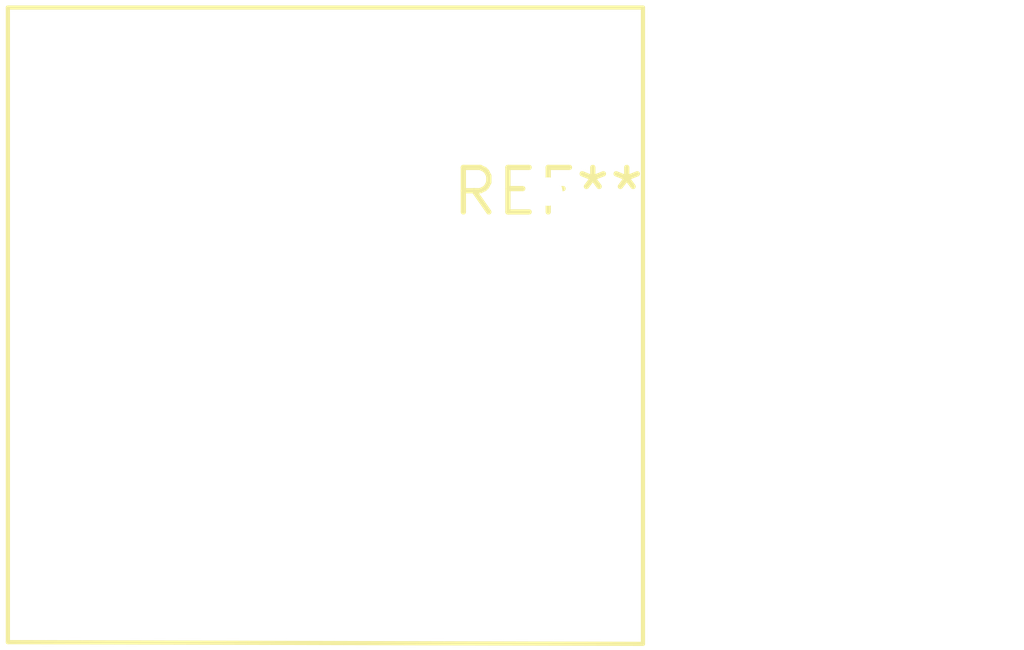
<source format=kicad_pcb>
(kicad_pcb (version 20240108) (generator pcbnew)
  (layers (0 "F.Cu" signal) (31 "B.Cu" signal) (34 "B.Paste" user) (35 "F.Paste" user) (36 "B.SilkS" user "B.Silkscreen") (37 "F.SilkS" user "F.Silkscreen") (38 "B.Mask" user) (39 "F.Mask" user) (44 "Edge.Cuts" user))
  (net 0 "")
  (footprint "Transformer_NF_ETAL_P3324" (layer "F.Cu") (at 0 0)
    (property "Reference" "REF**")
    (property "Value" "Transformer_NF_ETAL_P3324")
    (fp_line (start -15.4 -5.25) (end 2.7 -5.25) (layer "F.SilkS") (stroke (width 0.12)))
    (fp_line (start -15.4 12.85) (end -15.4 -5.25) (layer "F.SilkS") (stroke (width 0.12)))
    (fp_line (start 2.7 -5.25) (end 2.7 12.9) (layer "F.SilkS") (stroke (width 0.12)))
    (fp_line (start 2.7 12.9) (end -15.4 12.85) (layer "F.SilkS") (stroke (width 0.12)))
    (pad "1" thru_hole rect (at 0 0) (size 1.52 1.52) (drill 0.81) (layers *.Cu *.Mask) (remove_unused_layers))
    (pad "3" thru_hole circle (at 0 7.62) (size 1.52 1.52) (drill 0.81) (layers *.Cu *.Mask) (remove_unused_layers))
    (pad "4" thru_hole circle (at -12.7 7.62) (size 1.52 1.52) (drill 0.81) (layers *.Cu *.Mask) (remove_unused_layers))
    (pad "6" thru_hole circle (at -12.7 0) (size 1.52 1.52) (drill 0.81) (layers *.Cu *.Mask) (remove_unused_layers))
  )
)
</source>
